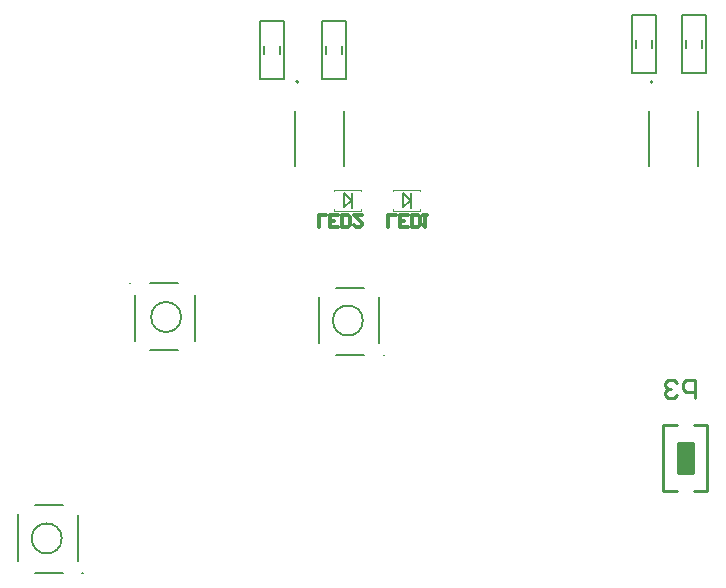
<source format=gbo>
G04*
G04 #@! TF.GenerationSoftware,Altium Limited,Altium Designer,21.3.2 (30)*
G04*
G04 Layer_Color=32896*
%FSTAX24Y24*%
%MOIN*%
G70*
G04*
G04 #@! TF.SameCoordinates,FE128C83-0F67-4140-98D3-9062B7FE4468*
G04*
G04*
G04 #@! TF.FilePolarity,Positive*
G04*
G01*
G75*
%ADD10C,0.0079*%
%ADD11C,0.0070*%
%ADD12C,0.0100*%
%ADD15C,0.0040*%
%ADD16C,0.0050*%
%ADD88C,0.0060*%
%ADD89C,0.0118*%
%ADD90R,0.0500X0.1000*%
D10*
X009937Y017337D02*
G03*
X009937Y017337I-000039J0D01*
G01*
X021748D02*
G03*
X021748Y017337I-000039J0D01*
G01*
X02274Y017642D02*
X02321D01*
X02274D02*
Y019562D01*
X02352D01*
X02339Y018462D02*
Y018742D01*
X02286Y018462D02*
Y018742D01*
X02352Y017642D02*
Y019562D01*
X02321Y017642D02*
X02352D01*
X021067D02*
X021537D01*
X021067D02*
Y019562D01*
X021847D01*
X021717Y018462D02*
Y018742D01*
X021187Y018462D02*
Y018742D01*
X021847Y017642D02*
Y019562D01*
X021537Y017642D02*
X021847D01*
X008665Y017446D02*
X009135D01*
X008665D02*
Y019366D01*
X009445D01*
X009315Y018266D02*
Y018546D01*
X008785Y018266D02*
Y018546D01*
X009445Y017446D02*
Y019366D01*
X009135Y017446D02*
X009445D01*
X010732D02*
X011202D01*
X010732D02*
Y019366D01*
X011512D01*
X011382Y018266D02*
Y018546D01*
X010852Y018266D02*
Y018546D01*
X011512Y017446D02*
Y019366D01*
X011202Y017446D02*
X011512D01*
D11*
X012778Y00823D02*
X012788Y00824D01*
X004328Y010637D02*
X004338Y010647D01*
X002739Y000967D02*
X002749Y000977D01*
D12*
X023115Y003693D02*
X023565D01*
X022105D02*
X022555D01*
X022105D02*
Y005913D01*
X023565Y003693D02*
Y005913D01*
X023085Y004303D02*
Y005303D01*
X022585D02*
X023085D01*
X022585Y004303D02*
Y005303D01*
Y004303D02*
X023085D01*
X023115Y005913D02*
X023565D01*
X022105D02*
X022555D01*
X02315Y0068D02*
Y0074D01*
X02285D01*
X02275Y0073D01*
Y0071D01*
X02285Y007D01*
X02315D01*
X02255Y0073D02*
X02245Y0074D01*
X02225D01*
X02215Y0073D01*
Y0072D01*
X02225Y0071D01*
X02235D01*
X02225D01*
X02215Y007D01*
Y0069D01*
X02225Y0068D01*
X02245D01*
X02255Y0069D01*
D15*
X012022Y013036D02*
Y013086D01*
X011122Y013036D02*
X012022D01*
X011122D02*
Y013086D01*
X012022Y013686D02*
Y013736D01*
X011122D02*
X012022D01*
X011122Y013686D02*
Y013736D01*
X013991Y013036D02*
Y013086D01*
X013091Y013036D02*
X013991D01*
X013091D02*
Y013086D01*
X013991Y013686D02*
Y013736D01*
X013091D02*
X013991D01*
X013091Y013686D02*
Y013736D01*
D16*
X009813Y014547D02*
Y016358D01*
X011447Y014547D02*
Y016358D01*
X023258Y014547D02*
Y016358D01*
X021624Y014547D02*
Y016358D01*
X011472Y013156D02*
Y013616D01*
X011692Y013396D01*
X011472Y013156D02*
X011692Y013376D01*
X011722Y013136D02*
Y013636D01*
X013441Y013156D02*
Y013616D01*
X013661Y013396D01*
X013441Y013156D02*
X013661Y013376D01*
X013691Y013136D02*
Y013636D01*
D88*
X012088Y00938D02*
G03*
X012088Y00938I-0005J0D01*
G01*
X006028Y009497D02*
G03*
X006028Y009497I-0005J0D01*
G01*
X002049Y002117D02*
G03*
X002049Y002117I-0005J0D01*
G01*
X011188Y01048D02*
X012138D01*
X012638Y00863D02*
Y01017D01*
X011188Y00823D02*
X012138D01*
X010638Y00863D02*
Y01018D01*
X004978Y008397D02*
X005928D01*
X004478Y008707D02*
Y010247D01*
X004978Y010647D02*
X005928D01*
X006478Y008697D02*
Y010247D01*
X001149Y003217D02*
X002099D01*
X002599Y001367D02*
Y002907D01*
X001149Y000967D02*
X002099D01*
X000599Y001367D02*
Y002917D01*
D89*
X010612Y0125D02*
Y012894D01*
X010874D01*
X011267Y0125D02*
X011005D01*
Y012894D01*
X011267D01*
X011005Y012697D02*
X011136D01*
X011399Y0125D02*
Y012894D01*
X011595D01*
X011661Y012828D01*
Y012566D01*
X011595Y0125D01*
X011399D01*
X012055Y012894D02*
X011792D01*
X012055Y012631D01*
Y012566D01*
X011989Y0125D01*
X011858D01*
X011792Y012566D01*
X012927Y0125D02*
Y012894D01*
X013189D01*
X013583Y0125D02*
X01332D01*
Y012894D01*
X013583D01*
X01332Y012697D02*
X013451D01*
X013714Y0125D02*
Y012894D01*
X013911D01*
X013976Y012828D01*
Y012566D01*
X013911Y0125D01*
X013714D01*
X014107Y012894D02*
X014239D01*
X014173D01*
Y0125D01*
X014107Y012566D01*
D90*
X022835Y004803D02*
D03*
M02*

</source>
